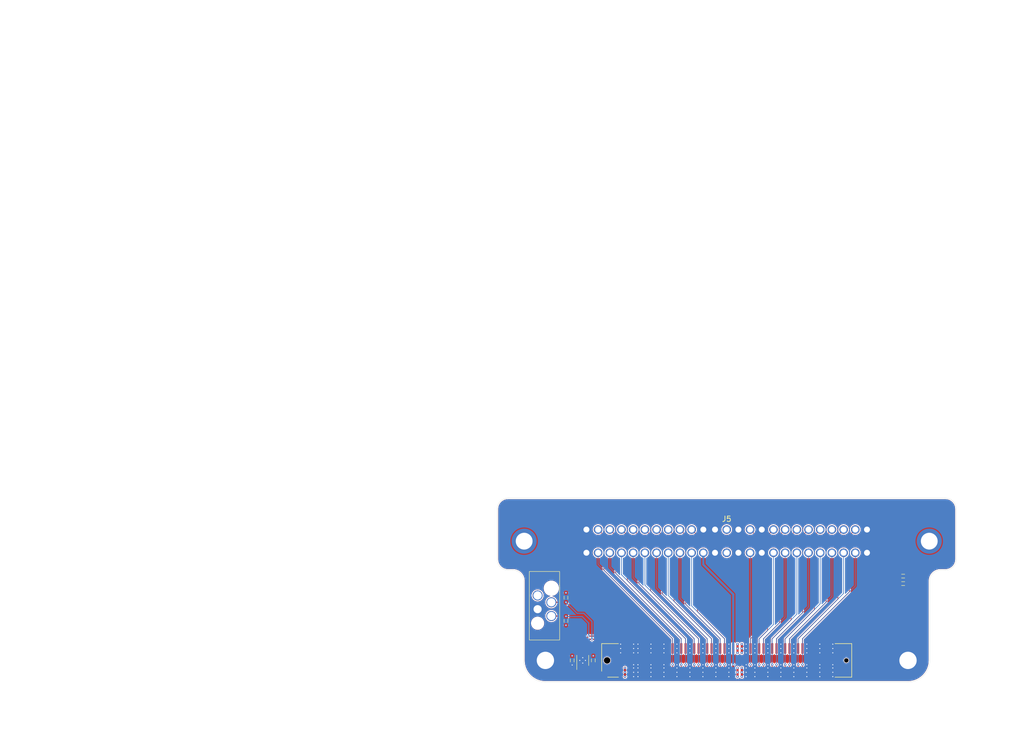
<source format=kicad_pcb>
(kicad_pcb (version 20240108) (generator "pcbnew") (generator_version "8.0")
  (title_block (title "Squishy - SCSI HVD Centronics 50 Connector Module") (date "2024-09-17") (rev "1") (company "Shrine Maiden Heavy Industries") (comment 1 "License: CERN-OHL-S") (comment 2 "© 2024 Aki 'lethalbit' Van Ness, et. al.") (comment 3 "No warranty expressed or implied") (comment 4 "Squishy - SCSI Multitool"))
  (layers (0 "F.Cu" signal) (1 "In1.Cu" signal) (2 "In2.Cu" signal) (3 "In3.Cu" signal) (4 "In4.Cu" signal) (31 "B.Cu" signal) (34 "B.Paste" user) (35 "F.Paste" user) (36 "B.SilkS" user "B.Silkscreen") (37 "F.SilkS" user "F.Silkscreen") (38 "B.Mask" user) (39 "F.Mask" user) (44 "Edge.Cuts" user))
  (net 0 "")
  (net 1 "GND")
  (net 4 "/PHY.ID_SCL")
  (net 5 "+3V3")
  (net 6 "/PHY.ID_SDA")
  (net 7 "/CON.DB12+")
  (net 8 "/CON.C{slash}D+")
  (net 9 "/CON.DB10-")
  (net 10 "/CON.DB4-")
  (net 11 "/CON.ACK+")
  (net 12 "/CON.TERMPWR")
  (net 13 "/CON.DP1+")
  (net 14 "/CON.BSY-")
  (net 15 "/CON.RST-")
  (net 16 "/CON.DB2-")
  (net 17 "/CON.BSY+")
  (net 18 "/CON.DB5+")
  (net 19 "/CON.ATN-")
  (net 20 "/CON.DP0+")
  (net 21 "/CON.SEL+")
  (net 22 "/CON.ATN+")
  (net 23 "/CON.DB9-")
  (net 24 "/CON.SEL-")
  (net 25 "/CON.DB9+")
  (net 26 "/CON.DB0-")
  (net 27 "/CON.DB11+")
  (net 28 "/CON.DB7+")
  (net 29 "/CON.DP1-")
  (net 30 "/CON.DB5-")
  (net 31 "/CON.REQ-")
  (net 32 "/CON.DB1-")
  (net 33 "/CON.DB13+")
  (net 34 "/CON.REQ+")
  (net 35 "/CON.DB3-")
  (net 36 "/CON.DB8+")
  (net 37 "/CON.DB13-")
  (net 38 "/CON.DB15-")
  (net 39 "/CON.MSG+")
  (net 40 "/CON.DB11-")
  (net 41 "/CON.DB12-")
  (net 42 "/CON.DB3+")
  (net 43 "/CON.ACK-")
  (net 44 "/CON.DIFFSENSE")
  (net 45 "/CON.I{slash}O+")
  (net 46 "/CON.I{slash}O-")
  (net 47 "/CON.DB4+")
  (net 48 "/CON.DB15+")
  (net 49 "/CON.DB6-")
  (net 50 "/CON.DB14+")
  (net 51 "/CON.RST+")
  (net 52 "/CON.DB8-")
  (net 53 "/CON.DB10+")
  (net 54 "/CON.MSG-")
  (net 55 "/CON.DB6+")
  (net 56 "/CON.C{slash}D-")
  (net 57 "/CON.DB7-")
  (net 58 "/CON.DB14-")
  (net 59 "/CON.DB1+")
  (net 60 "/CON.DP0-")
  (net 61 "/CON.DB2+")
  (net 62 "/CON.DB0+")
  (net 63 "Net-(U1-E0)")
  (net 64 "Net-(C2-Pad1)")
  (footprint "lethalbit-connectors:1014457-10x80xLF" (layer "F.Cu") (at 147.5 136 180)
    (property "Reference" "J1" (hide yes))
    (property "Value" "SCSI PHY Mezz")
  )
  (footprint "rhais_rcl:R0603" (layer "F.Cu") (at 180.1 121.8)
    (property "Reference" "R4")
    (property "Value" "1M" (hide yes))
  )
  (footprint "rhais_rcl:R0603" (layer "F.Cu") (at 117.8 128.7 90)
    (property "Reference" "R3")
    (property "Value" "4k7" (hide yes))
  )
  (footprint "rhais_rcl:R0603" (layer "F.Cu") (at 117.8 124.4 -90)
    (property "Reference" "R2")
    (property "Value" "4k7" (hide yes))
  )
  (footprint "PCM_kikit:Tab" (layer "F.Cu") (at 185 131 180)
    (property "Reference" "REF**" (hide yes))
    (property "Value" "Tab")
  )
  (footprint "PCM_kikit:Tab" (layer "F.Cu") (at 174 140 90)
    (property "Reference" "REF**" (hide yes))
    (property "Value" "Tab")
  )
  (footprint "rhais_rcl:C0603" (layer "F.Cu") (at 118.95 136 90)
    (property "Reference" "C1")
    (property "Value" "100n" (hide yes))
  )
  (footprint "lethalbit-connectors:112-050-213R001" (layer "F.Cu") (at 147.5 113.955 180)
    (property "Reference" "J5")
    (property "Value" "112-050-213R001")
  )
  (footprint "rhais_rcl:C0603" (layer "F.Cu") (at 180.1 120.415 180)
    (property "Reference" "C2")
    (property "Value" "100n" (hide yes))
  )
  (footprint "PCM_kikit:Tab" (layer "F.Cu") (at 121 106 -90)
    (property "Reference" "REF**" (hide yes))
    (property "Value" "Tab")
  )
  (footprint "MountingHole:MountingHole_3.2mm_M3_Pad" (layer "F.Cu") (at 181 136)
    (property "Reference" "H4" (hide yes))
    (property "Value" "MountingHole" (hide yes))
  )
  (footprint "PCM_kikit:Tab" (layer "F.Cu") (at 110 131)
    (property "Reference" "REF**" (hide yes))
    (property "Value" "Tab")
  )
  (footprint "PCM_kikit:Tab" (layer "F.Cu") (at 174 106 -90)
    (property "Reference" "REF**" (hide yes))
    (property "Value" "Tab")
  )
  (footprint "PCM_kikit:Tab" (layer "F.Cu") (at 105.1 115)
    (property "Reference" "REF**" (hide yes))
    (property "Value" "Tab")
  )
  (footprint "PCM_kikit:Tab" (layer "F.Cu") (at 189.9 115 180)
    (property "Reference" "REF**" (hide yes))
    (property "Value" "Tab")
  )
  (footprint "rhais_rcl:R0603" (layer "F.Cu") (at 122.85 136 90)
    (property "Reference" "R1")
    (property "Value" "10k" (hide yes))
  )
  (footprint "lethalbit-memory:ST_UFDFPN-8-1EP_2x3mm_P0.5mm_EP1.6x1.6mm" (layer "F.Cu") (at 120.9 136 90)
    (property "Reference" "U1")
    (property "Value" "M24C02-RMC" (hide yes))
  )
  (footprint "pkl_connectors_wuerth:490107670412-d" (layer "F.Cu") (at 112.56 123.99 90)
    (property "Reference" "J3")
    (property "Value" "Conn_01x04")
  )
  (footprint "MountingHole:MountingHole_3.2mm_M3_Pad" (layer "F.Cu") (at 114 136)
    (property "Reference" "H3" (hide yes))
    (property "Value" "MountingHole" (hide yes))
  )
  (footprint "PCM_kikit:Tab" (layer "F.Cu") (at 121 140 90)
    (property "Reference" "REF**" (hide yes))
    (property "Value" "Tab")
  )
  (gr_line (start 187.9 106) (end 107.1 106) (stroke (width 0.05)) (layer "Edge.Cuts"))
  (gr_line (start 114 140) (end 181 140) (stroke (width 0.05)) (layer "Edge.Cuts"))
  (gr_arc (start 107.997502 119.297502) (mid 109.413482 119.88402) (end 110 121.3) (stroke (width 0.05)) (layer "Edge.Cuts"))
  (gr_line (start 187 119.3) (end 187.9 119.3) (stroke (width 0.05)) (layer "Edge.Cuts"))
  (gr_line (start 185 136) (end 185 121.3) (stroke (width 0.05)) (layer "Edge.Cuts"))
  (gr_arc (start 185 136) (mid 183.828427 138.828427) (end 181 140) (stroke (width 0.05)) (layer "Edge.Cuts"))
  (gr_arc (start 105.1 108.002498) (mid 105.686517 106.586517) (end 107.102498 106) (stroke (width 0.05)) (layer "Edge.Cuts"))
  (gr_arc (start 107.102498 119.304996) (mid 105.686517 118.718479) (end 105.1 117.302498) (stroke (width 0.05)) (layer "Edge.Cuts"))
  (gr_arc (start 185 121.3) (mid 185.586518 119.88402) (end 187.002498 119.297502) (stroke (width 0.05)) (layer "Edge.Cuts"))
  (gr_line (start 110 136) (end 110 121.3) (stroke (width 0.05)) (layer "Edge.Cuts"))
  (gr_line (start 108 119.302498) (end 107.1 119.302498) (stroke (width 0.05)) (layer "Edge.Cuts"))
  (gr_arc (start 189.9 117.3) (mid 189.313482 118.715981) (end 187.897502 119.302498) (stroke (width 0.05)) (layer "Edge.Cuts"))
  (gr_arc (start 114 140) (mid 111.171573 138.828427) (end 110 136) (stroke (width 0.05)) (layer "Edge.Cuts"))
  (gr_arc (start 187.897502 105.997502) (mid 189.313483 106.584019) (end 189.9 108) (stroke (width 0.05)) (layer "Edge.Cuts"))
  (gr_line (start 189.9 117.3) (end 189.9 108) (stroke (width 0.05)) (layer "Edge.Cuts"))
  (gr_line (start 105.1 117.302498) (end 105.1 108.002498) (stroke (width 0.05)) (layer "Edge.Cuts"))
  (via (at 164.7 134.6) (size 0.45) (drill 0.2) (layers "F.Cu" "B.Cu") (net 1))
  (via (at 162.3 138.2) (size 0.45) (drill 0.2) (layers "F.Cu" "B.Cu") (net 1))
  (via (at 135.9 138.2) (size 0.45) (drill 0.2) (layers "F.Cu" "B.Cu") (net 1))
  (via (at 131.1 139) (size 0.45) (drill 0.2) (layers "F.Cu" "B.Cu") (net 1))
  (via (at 155.1 137.4) (size 0.45) (drill 0.2) (layers "F.Cu" "B.Cu") (net 1))
  (via (at 145.5 133.8) (size 0.45) (drill 0.2) (layers "F.Cu" "B.Cu") (net 1))
  (via (at 145.5 138.2) (size 0.45) (drill 0.2) (layers "F.Cu" "B.Cu") (net 1))
  (via (at 140.7 133) (size 0.45) (drill 0.2) (layers "F.Cu" "B.Cu") (net 1))
  (via (at 135.9 133.8) (size 0.45) (drill 0.2) (layers "F.Cu" "B.Cu") (net 1))
  (via (at 151.1 136.8) (size 0.45) (drill 0.2) (layers "F.Cu" "B.Cu") (net 1))
  (via (at 152.7 136.8) (size 0.45) (drill 0.2) (layers "F.Cu" "B.Cu") (net 1))
  (via (at 120.35 136) (size 0.45) (drill 0.2) (layers "F.Cu" "B.Cu") (net 1))
  (via (at 138.3 133.8) (size 0.45) (drill 0.2) (layers "F.Cu" "B.Cu") (net 1))
  (via (at 167.1 136.8) (size 0.45) (drill 0.2) (layers "F.Cu" "B.Cu") (net 1))
  (via (at 133.5 137.4) (size 0.45) (drill 0.2) (layers "F.Cu" "B.Cu") (net 1))
  (via (at 130.3 136.8) (size 0.45) (drill 0.2) (layers "F.Cu" "B.Cu") (net 1))
  (via (at 157.5 137.4) (size 0.45) (drill 0.2) (layers "F.Cu" "B.Cu") (net 1))
  (via (at 145.5 133) (size 0.45) (drill 0.2) (layers "F.Cu" "B.Cu") (net 1))
  (via (at 152.7 138.2) (size 0.45) (drill 0.2) (layers "F.Cu" "B.Cu") (net 1))
  (via (at 131.1 134.6) (size 0.45) (drill 0.2) (layers "F.Cu" "B.Cu") (net 1))
  (via (at 164.7 138.2) (size 0.45) (drill 0.2) (layers "F.Cu" "B.Cu") (net 1))
  (via (at 159.9 136.8) (size 0.45) (drill 0.2) (layers "F.Cu" "B.Cu") (net 1))
  (via (at 131.1 137.4) (size 0.45) (drill 0.2) (layers "F.Cu" "B.Cu") (net 1))
  (via (at 147.9 134.6) (size 0.45) (drill 0.2) (layers "F.Cu" "B.Cu") (net 1))
  (via (at 133.5 136.8) (size 0.45) (drill 0.2) (layers "F.Cu" "B.Cu") (net 1))
  (via (at 121.4 136) (size 0.45) (drill 0.2) (layers "F.Cu" "B.Cu") (net 1))
  (via (at 159.9 133) (size 0.45) (drill 0.2) (layers "F.Cu" "B.Cu") (net 1))
  (via (at 145.5 134.6) (size 0.45) (drill 0.2) (layers "F.Cu" "B.Cu") (net 1))
  (via (at 151.1 139) (size 0.45) (drill 0.2) (layers "F.Cu" "B.Cu") (net 1))
  (via (at 157.5 136.8) (size 0.45) (drill 0.2) (layers "F.Cu" "B.Cu") (net 1))
  (via (at 162.3 136.8) (size 0.45) (drill 0.2) (layers "F.Cu" "B.Cu") (net 1))
  (via (at 143.1 139) (size 0.45) (drill 0.2) (layers "F.Cu" "B.Cu") (net 1))
  (via (at 120.9 135.5) (size 0.45) (drill 0.2) (layers "F.Cu" "B.Cu") (net 1))
  (via (at 151.1 137.4) (size 0.45) (drill 0.2) (layers "F.Cu" "B.Cu") (net 1))
  (via (at 135.9 137.4) (size 0.45) (drill 0.2) (layers "F.Cu" "B.Cu") (net 1))
  (via (at 151.1 133.8) (size 0.45) (drill 0.2) (layers "F.Cu" "B.Cu") (net 1))
  (via (at 133.5 134.6) (size 0.45) (drill 0.2) (layers "F.Cu" "B.Cu") (net 1))
  (via (at 140.7 133.8) (size 0.45) (drill 0.2) (layers "F.Cu" "B.Cu") (net 1))
  (via (at 157.5 133.8) (size 0.45) (drill 0.2) (layers "F.Cu" "B.Cu") (net 1))
  (via (at 145.5 136.8) (size 0.45) (drill 0.2) (layers "F.Cu" "B.Cu") (net 1))
  (via (at 145.5 139) (size 0.45) (drill 0.2) (layers "F.Cu" "B.Cu") (net 1))
  (via (at 159.9 138.2) (size 0.45) (drill 0.2) (layers "F.Cu" "B.Cu") (net 1))
  (via (at 143.1 133) (size 0.45) (drill 0.2) (layers "F.Cu" "B.Cu") (net 1))
  (via (at 131.1 133) (size 0.45) (drill 0.2) (layers "F.Cu" "B.Cu") (net 1))
  (via (at 143.1 133.8) (size 0.45) (drill 0.2) (layers "F.Cu" "B.Cu") (net 1))
  (via (at 157.5 134.6) (size 0.45) (drill 0.2) (layers "F.Cu" "B.Cu") (net 1))
  (via (at 130.3 133.8) (size 0.45) (drill 0.2) (layers "F.Cu" "B.Cu") (net 1))
  (via (at 155.1 139) (size 0.45) (drill 0.2) (layers "F.Cu" "B.Cu") (net 1))
  (via (at 164.7 139) (size 0.45) (drill 0.2) (layers "F.Cu" "B.Cu") (net 1))
  (via (at 131.1 138.2) (size 0.45) (drill 0.2) (layers "F.Cu" "B.Cu") (net 1))
  (via (at 133.5 133.8) (size 0.45) (drill 0.2) (layers "F.Cu" "B.Cu") (net 1))
  (via (at 164.7 137.4) (size 0.45) (drill 0.2) (layers "F.Cu" "B.Cu") (net 1))
  (via (at 143.1 136.8) (size 0.45) (drill 0.2) (layers "F.Cu" "B.Cu") (net 1))
  (via (at 162.3 139) (size 0.45) (drill 0.2) (layers "F.Cu" "B.Cu") (net 1))
  (via (at 140.7 134.6) (size 0.45) (drill 0.2) (layers "F.Cu" "B.Cu") (net 1))
  (via (at 151.1 138.2) (size 0.45) (drill 0.2) (layers "F.Cu" "B.Cu") (net 1))
  (via (at 152.7 134.6) (size 0.45) (drill 0.2) (layers "F.Cu" "B.Cu") (net 1))
  (via (at 164.7 133.8) (size 0.45) (drill 0.2) (layers "F.Cu" "B.Cu") (net 1))
  (via (at 147.9 133.8) (size 0.45) (drill 0.2) (layers "F.Cu" "B.Cu") (net 1))
  (via (at 159.9 137.4) (size 0.45) (drill 0.2) (layers "F.Cu" "B.Cu") (net 1))
  (via (at 147.9 133) (size 0.45) (drill 0.2) (layers "F.Cu" "B.Cu") (net 1))
  (via (at 145.5 137.4) (size 0.45) (drill 0.2) (layers "F.Cu" "B.Cu") (net 1))
  (via (at 155.1 136.8) (size 0.45) (drill 0.2) (layers "F.Cu" "B.Cu") (net 1))
  (via (at 159.9 133.8) (size 0.45) (drill 0.2) (layers "F.Cu" "B.Cu") (net 1))
  (via (at 151.1 133) (size 0.45) (drill 0.2) (layers "F.Cu" "B.Cu") (net 1))
  (via (at 133.5 133) (size 0.45) (drill 0.2) (layers "F.Cu" "B.Cu") (net 1))
  (via (at 130.3 133) (size 0.45) (drill 0.2) (layers "F.Cu" "B.Cu") (net 1))
  (via (at 155.1 133) (size 0.45) (drill 0.2) (layers "F.Cu" "B.Cu") (net 1))
  (via (at 140.7 138.2) (size 0.45) (drill 0.2) (layers "F.Cu" "B.Cu") (net 1))
  (via (at 162.3 137.4) (size 0.45) (drill 0.2) (layers "F.Cu" "B.Cu") (net 1))
  (via (at 167.1 134.6) (size 0.45) (drill 0.2) (layers "F.Cu" "B.Cu") (net 1))
  (via (at 135.9 136.8) (size 0.45) (drill 0.2) (layers "F.Cu" "B.Cu") (net 1))
  (via (at 143.1 137.4) (size 0.45) (drill 0.2) (layers "F.Cu" "B.Cu") (net 1))
  (via (at 167.1 133) (size 0.45) (drill 0.2) (layers "F.Cu" "B.Cu") (net 1))
  (via (at 140.7 139) (size 0.45) (drill 0.2) (layers "F.Cu" "B.Cu") (net 1))
  (via (at 152.7 133) (size 0.45) (drill 0.2) (layers "F.Cu" "B.Cu") (net 1))
  (via (at 133.5 138.2) (size 0.45) (drill 0.2) (layers "F.Cu" "B.Cu") (net 1))
  (via (at 130.3 134.6) (size 0.45) (drill 0.2) (layers "F.Cu" "B.Cu") (net 1))
  (via (at 131.1 136.8) (size 0.45) (drill 0.2) (layers "F.Cu" "B.Cu") (net 1))
  (via (at 162.3 133.8) (size 0.45) (drill 0.2) (layers "F.Cu" "B.Cu") (net 1))
  (via (at 127.9 134.6) (size 0.45) (drill 0.2) (layers "F.Cu" "B.Cu") (net 1))
  (via (at 147.9 138.2) (size 0.45) (drill 0.2) (layers "F.Cu" "B.Cu") (net 1))
  (via (at 138.3 139) (size 0.45) (drill 0.2) (layers "F.Cu" "B.Cu") (net 1))
  (via (at 159.9 139) (size 0.45) (drill 0.2) (layers "F.Cu" "B.Cu") (net 1))
  (via (at 152.7 137.4) (size 0.45) (drill 0.2) (layers "F.Cu" "B.Cu") (net 1))
  (via (at 140.7 137.4) (size 0.45) (drill 0.2) (layers "F.Cu" "B.Cu") (net 1))
  (via (at 138.3 134.6) (size 0.45) (drill 0.2) (layers "F.Cu" "B.Cu") (net 1))
  (via (at 130.3 138.2) (size 0.45) (drill 0.2) (layers "F.Cu" "B.Cu") (net 1))
  (via (at 162.3 133) (size 0.45) (drill 0.2) (layers "F.Cu" "B.Cu") (net 1))
  (via (at 138.3 137.4) (size 0.45) (drill 0.2) (layers "F.Cu" "B.Cu") (net 1))
  (via (at 147.9 139) (size 0.45) (drill 0.2) (layers "F.Cu" "B.Cu") (net 1))
  (via (at 147.9 137.4) (size 0.45) (drill 0.2) (layers "F.Cu" "B.Cu") (net 1))
  (via (at 133.5 139) (size 0.45) (drill 0.2) (layers "F.Cu" "B.Cu") (net 1))
  (via (at 164.7 136.8) (size 0.45) (drill 0.2) (layers "F.Cu" "B.Cu") (net 1))
  (via (at 167.1 139) (size 0.45) (drill 0.2) (layers "F.Cu" "B.Cu") (net 1))
  (via (at 164.7 133) (size 0.45) (drill 0.2) (layers "F.Cu" "B.Cu") (net 1))
  (via (at 127.9 133.8) (size 0.45) (drill 0.2) (layers "F.Cu" "B.Cu") (net 1))
  (via (at 152.7 139) (size 0.45) (drill 0.2) (layers "F.Cu" "B.Cu") (net 1))
  (via (at 151.1 134.6) (size 0.45) (drill 0.2) (layers "F.Cu" "B.Cu") (net 1))
  (via (at 138.3 138.2) (size 0.45) (drill 0.2) (layers "F.Cu" "B.Cu") (net 1))
  (via (at 155.1 134.6) (size 0.45) (drill 0.2) (layers "F.Cu" "B.Cu") (net 1))
  (via (at 157.5 138.2) (size 0.45) (drill 0.2) (layers "F.Cu" "B.Cu") (net 1))
  (via (at 143.1 138.2) (size 0.45) (drill 0.2) (layers "F.Cu" "B.Cu") (net 1))
  (via (at 131.1 133.8) (size 0.45) (drill 0.2) (layers "F.Cu" "B.Cu") (net 1))
  (via (at 143.1 134.6) (size 0.45) (drill 0.2) (layers "F.Cu" "B.Cu") (net 1))
  (via (at 155.1 133.8) (size 0.45) (drill 0.2) (layers "F.Cu" "B.Cu") (net 1))
  (via (at 135.9 134.6) (size 0.45) (drill 0.2) (layers "F.Cu" "B.Cu") (net 1))
  (via (at 130.3 137.4) (size 0.45) (drill 0.2) (layers "F.Cu" "B.Cu") (net 1))
  (via (at 135.9 133) (size 0.45) (drill 0.2) (layers "F.Cu" "B.Cu") (net 1))
  (via (at 135.9 139) (size 0.45) (drill 0.2) (layers "F.Cu" "B.Cu") (net 1))
  (via (at 147.9 136.8) (size 0.45) (drill 0.2) (layers "F.Cu" "B.Cu") (net 1))
  (via (at 138.3 136.8) (size 0.45) (drill 0.2) (layers "F.Cu" "B.Cu") (net 1))
  (via (at 138.3 133) (size 0.45) (drill 0.2) (layers "F.Cu" "B.Cu") (net 1))
  (via (at 155.1 138.2) (size 0.45) (drill 0.2) (layers "F.Cu" "B.Cu") (net 1))
  (via (at 159.9 134.6) (size 0.45) (drill 0.2) (layers "F.Cu" "B.Cu") (net 1))
  (via (at 120.9 136.5) (size 0.45) (drill 0.2) (layers "F.Cu" "B.Cu") (net 1))
  (via (at 152.7 133.8) (size 0.45) (drill 0.2) (layers "F.Cu" "B.Cu") (net 1))
  (via (at 140.7 136.8) (size 0.45) (drill 0.2) (layers "F.Cu" "B.Cu") (net 1))
  (via (at 167.1 133.8) (size 0.45) (drill 0.2) (layers "F.Cu" "B.Cu") (net 1))
  (via (at 157.5 139) (size 0.45) (drill 0.2) (layers "F.Cu" "B.Cu") (net 1))
  (via (at 127.9 133) (size 0.45) (drill 0.2) (layers "F.Cu" "B.Cu") (net 1))
  (via (at 162.3 134.6) (size 0.45) (drill 0.2) (layers "F.Cu" "B.Cu") (net 1))
  (via (at 167.1 137.4) (size 0.45) (drill 0.2) (layers "F.Cu" "B.Cu") (net 1))
  (via (at 130.3 139) (size 0.45) (drill 0.2) (layers "F.Cu" "B.Cu") (net 1))
  (via (at 167.1 138.2) (size 0.45) (drill 0.2) (layers "F.Cu" "B.Cu") (net 1))
  (via (at 157.5 133) (size 0.45) (drill 0.2) (layers "F.Cu" "B.Cu") (net 1))
  (via (at 118.95 136.85) (size 0.45) (drill 0.2) (layers "F.Cu" "B.Cu") (net 1))
  (segment (start 117.4 127.8) (end 115.1 127.8) (width 0.2) (layer "F.Cu") (net 4))
  (segment (start 121.15 134.6) (end 121.15 132.35) (width 0.2) (layer "F.Cu") (net 4))
  (segment (start 128.5 131.5) (end 129.5 132.5) (width 0.2) (layer "F.Cu") (net 4))
  (segment (start 117.8 127.85) (end 117.45 127.85) (width 0.2) (layer "F.Cu") (net 4))
  (segment (start 122 131.5) (end 128.5 131.5) (width 0.2) (layer "F.Cu") (net 4))
  (segment (start 117.45 127.85) (end 117.4 127.8) (width 0.2) (layer "F.Cu") (net 4))
  (segment (start 121.15 132.35) (end 122 131.5) (width 0.2) (layer "F.Cu") (net 4))
  (segment (start 129.5 132.5) (end 129.5 133.8) (width 0.2) (layer "F.Cu") (net 4))
  (via (at 117.8 127.85) (size 0.45) (drill 0.2) (layers "F.Cu" "B.Cu") (net 4))
  (via (at 122 131.5) (size 0.45) (drill 0.2) (layers "F.Cu" "B.Cu") (net 4))
  (segment (start 120.8 127.9) (end 117.85 127.9) (width 0.2) (layer "B.Cu") (net 4))
  (segment (start 117.85 127.9) (end 117.8 127.85) (width 0.2) (layer "B.Cu") (net 4))
  (segment (start 122 129.1) (end 120.8 127.9) (width 0.2) (layer "B.Cu") (net 4))
  (segment (start 122 131.5) (end 122 129.1) (width 0.2) (layer "B.Cu") (net 4))
  (segment (start 120.149999 134.6) (end 119.5 134.6) (width 0.3) (layer "F.Cu") (net 5))
  (segment (start 119.5 134.6) (end 118.95 135.15) (width 0.3) (layer "F.Cu") (net 5))
  (via (at 128.7 138.2) (size 0.45) (drill 0.2) (layers "F.Cu" "B.Cu") (net 5))
  (via (at 117.8 123.5) (size 0.45) (drill 0.2) (layers "F.Cu" "B.Cu") (net 5))
  (via (at 117.8 129.5) (size 0.45) (drill 0.2) (layers "F.Cu" "B.Cu") (net 5))
  (via (at 118.95 135.15) (size 0.45) (drill 0.2) (layers "F.Cu" "B.Cu") (net 5))
  (via (at 128.7 139) (size 0.45) (drill 0.2) (layers "F.Cu" "B.Cu") (net 5))
  (via (at 128.7 137.4) (size 0.45) (drill 0.2) (layers "F.Cu" "B.Cu") (net 5))
  (via (at 122.85 135.15) (size 0.45) (drill 0.2) (layers "F.Cu" "B.Cu") (net 5))
  (segment (start 122.1 132.1) (end 121.650001 132.549999) (width 0.2) (layer "F.Cu") (net 6))
  (segment (start 128.7 132.5) (end 128.3 132.1) (width 0.2) (layer "F.Cu") (net 6))
  (segment (start 121.650001 132.549999) (end 121.650001 134.6) (width 0.2) (layer "F.Cu") (net 6))
  (segment (start 117.8 125.25) (end 115.11 125.25) (width 0.2) (layer "F.Cu") (net 6))
  (segment (start 122.4 132.1) (end 122.1 132.1) (width 0.2) (layer "F.Cu") (net 6))
  (segment (start 115.11 125.25) (end 115.1 125.26) (width 0.2) (layer "F.Cu") (net 6))
  (segment (start 128.7 133.800001) (end 128.7 132.5) (width 0.2) (layer "F.Cu") (net 6))
  (segment (start 128.3 132.1) (end 122.4 132.1) (width 0.2) (layer "F.Cu") (net 6))
  (via (at 117.8 125.25) (size 0.45) (drill 0.2) (layers "F.Cu" "B.Cu") (net 6))
  (via (at 122.6 132.1) (size 0.45) (drill 0.2) (layers "F.Cu" "B.Cu") (net 6))
  (segment (start 122.6 128.8) (end 121.1 127.3) (width 0.2) (layer "B.Cu") (net 6))
  (segment (start 119.85 127.3) (end 117.8 125.25) (width 0.2) (layer "B.Cu") (net 6))
  (segment (start 122.6 132.1) (end 122.6 128.8) (width 0.2) (layer "B.Cu") (net 6))
  (segment (start 121.1 127.3) (end 119.85 127.3) (width 0.2) (layer "B.Cu") (net 6))
  (segment (start 159.1 138.2) (end 159.1 136.8) (width 0.1275) (layer "F.Cu") (net 8))
  (via (at 159.1 136.8) (size 0.45) (drill 0.2) (layers "F.Cu" "B.Cu") (net 8))
  (segment (start 159.1 136.8) (end 159.1 132) (width 0.1275) (layer "B.Cu") (net 8))
  (segment (start 166.94 124.16) (end 166.94 116.1) (width 0.1275) (layer "B.Cu") (net 8))
  (segment (start 159.1 132) (end 166.94 124.16) (width 0.1275) (layer "B.Cu") (net 8))
  (segment (start 133.44375 123.14375) (end 133.44375 112.87375) (width 0.1275) (layer "F.Cu") (net 10))
  (segment (start 133.44375 112.87375) (end 132.38 111.81) (width 0.1275) (layer "F.Cu") (net 10))
  (segment (start 142.3 132) (end 133.44375 123.14375) (width 0.1275) (layer "F.Cu") (net 10))
  (segment (start 142.3 133.8) (end 142.3 132) (width 0.1275) (layer "F.Cu") (net 10))
  (segment (start 154.3 138.2) (end 154.3 136.8) (width 0.1275) (layer "F.Cu") (net 11))
  (via (at 154.3 136.8) (size 0.45) (drill 0.2) (layers "F.Cu" "B.Cu") (net 11))
  (segment (start 154.3 132) (end 158.3 128) (width 0.1275) (layer "B.Cu") (net 11))
  (segment (start 154.3 136.8) (end 154.3 132) (width 0.1275) (layer "B.Cu") (net 11))
  (segment (start 158.3 128) (end 158.3 116.1) (width 0.1275) (layer "B.Cu") (net 11))
  (via (at 150.3 139) (size 0.45) (drill 0.2) (layers "F.Cu" "B.Cu") (net 12))
  (via (at 149.5 134.6) (size 0.45) (drill 0.2) (layers "F.Cu" "B.Cu") (net 12))
  (via (at 150.3 138.2) (size 0.45) (drill 0.2) (layers "F.Cu" "B.Cu") (net 12))
  (via (at 150.3 137.4) (size 0.45) (drill 0.2) (layers "F.Cu" "B.Cu") (net 12))
  (via (at 150.3 133) (size 0.45) (drill 0.2) (layers "F.Cu" "B.Cu") (net 12))
  (via (at 149.5 133.800001) (size 0.45) (drill 0.2) (layers "F.Cu" "B.Cu") (net 12))
  (via (at 150.3 133.8) (size 0.45) (drill 0.2) (layers "F.Cu" "B.Cu") (net 12))
  (via (at 149.5 133) (size 0.45) (drill 0.2) (layers "F.Cu" "B.Cu") (net 12))
  (via (at 149.5 137.4) (size 0.45) (drill 0.2) (layers "F.Cu" "B.Cu") (net 12))
  (via (at 149.5 139) (size 0.45) (drill 0.2) (layers "F.Cu" "B.Cu") (net 12))
  (via (at 149.5 138.199999) (size 0.45) (drill 0.2) (layers "F.Cu" "B.Cu") (net 12))
  (via (at 150.3 134.6) (size 0.45) (drill 0.2) (layers "F.Cu" "B.Cu") (net 12))
  (segment (start 155.04375 130.45625) (end 155.04375 112.90625) (width 0.1275) (layer "F.Cu") (net 14))
  (segment (start 155.04375 112.90625) (end 156.14 111.81) (width 0.1275) (layer "F.Cu") (net 14))
  (segment (start 153.5 133.8) (end 153.5 132) (width 0.1275) (layer "F.Cu") (net 14))
  (segment (start 153.5 132) (end 155.04375 130.45625) (width 0.1275) (layer "F.Cu") (net 14))
  (segment (start 159.39625 112.87375) (end 160.46 111.81) (width 0.1275) (layer "F.Cu") (net 15))
  (segment (start 159.39625 128.50375) (end 159.39625 112.87375) (width 0.1275) (layer "F.Cu") (net 15))
  (segment (start 155.9 132) (end 159.39625 128.50375) (width 0.1275) (layer "F.Cu") (net 15))
  (segment (start 155.9 133.8) (end 155.9 132) (width 0.1275) (layer "F.Cu") (net 15))
  (segment (start 139.9 133.800001) (end 139.9 132) (width 0.1275) (layer "F.Cu") (net 16))
  (segment (start 129.12375 121.22375) (end 129.12375 112.87375) (width 0.1275) (layer "F.Cu") (net 16))
  (segment (start 139.9 132) (end 129.12375 121.22375) (width 0.1275) (layer "F.Cu") (net 16))
  (segment (start 129.12375 112.87375) (end 128.06 111.81) (width 0.1275) (layer "F.Cu") (net 16))
  (segment (start 153.5 138.2) (end 153.5 136.8) (width 0.1275) (layer "F.Cu") (net 17))
  (via (at 153.5 136.8) (size 0.45) (drill 0.2) (layers "F.Cu" "B.Cu") (net 17))
  (segment (start 153.5 136.8) (end 153.5 132) (width 0.1275) (layer "B.Cu") (net 17))
  (segment (start 156.14 129.36) (end 156.14 116.1) (width 0.1275) (layer "B.Cu") (net 17))
  (segment (start 153.5 132) (end 156.14 129.36) (width 0.1275) (layer "B.Cu") (net 17))
  (segment (start 143.900001 136.800001) (end 143.9 136.8) (width 0.1275) (layer "F.Cu") (net 18))
  (segment (start 143.900001 138.2) (end 143.900001 136.800001) (width 0.1275) (layer "F.Cu") (net 18))
  (via (at 143.9 136.8) (size 0.45) (drill 0.2) (layers "F.Cu" "B.Cu") (net 18))
  (segment (start 143.9 132) (end 134.54 122.64) (width 0.1275) (layer "B.Cu") (net 18))
  (segment (start 134.54 122.64) (end 134.54 116.1) (width 0.1275) (layer "B.Cu") (net 18))
  (segment (start 143.9 136.8) (end 143.9 132) (width 0.1275) (layer "B.Cu") (net 18))
  (segment (start 152.91625 130.98375) (end 152.91625 112.90625) (width 0.1275) (layer "F.Cu") (net 19))
  (segment (start 151.9 132) (end 152.91625 130.98375) (width 0.1275) (layer "F.Cu") (net 19))
  (segment (start 151.9 133.8) (end 151.9 132) (width 0.1275) (layer "F.Cu") (net 19))
  (segment (start 152.91625 112.90625) (end 151.82 111.81) (width 0.1275) (layer "F.Cu") (net 19))
  (segment (start 147.1 138.2) (end 147.1 136.8) (width 0.1275) (layer "F.Cu") (net 20))
  (via (at 147.1 136.8) (size 0.45) (drill 0.2) (layers "F.Cu" "B.Cu") (net 20))
  (segment (start 147.1 136.8) (end 147.1 132) (width 0.1275) (layer "B.Cu") (net 20))
  (segment (start 147.1 132) (end 141.02 125.92) (width 0.1275) (layer "B.Cu") (net 20))
  (segment (start 141.02 125.92) (end 141.02 116.1) (width 0.1275) (layer "B.Cu") (net 20))
  (segment (start 158.3 138.2) (end 158.3 136.8) (width 0.1275) (layer "F.Cu") (net 21))
  (via (at 158.3 136.8) (size 0.45) (drill 0.2) (layers "F.Cu" "B.Cu") (net 21))
  (segment (start 158.3 132) (end 164.78 125.52) (width 0.1275) (layer "B.Cu") (net 21))
  (segment (start 158.3 136.8) (end 158.3 132) (width 0.1275) (layer "B.Cu") (net 21))
  (segment (start 164.78 125.52) (end 164.78 116.1) (width 0.1275) (layer "B.Cu") (net 21))
  (segment (start 151.9 138.2) (end 151.9 136.8) (width 0.1275) (layer "F.Cu") (net 22))
  (via (at 151.9 136.8) (size 0.45) (drill 0.2) (layers "F.Cu" "B.Cu") (net 22))
  (segment (start 151.9 136.8) (end 151.9 116.18) (width 0.1275) (layer "B.Cu") (net 22))
  (segment (start 151.9 116.18) (end 151.82 116.1) (width 0.1275) (layer "B.Cu") (net 22))
  (segment (start 158.3 132) (end 163.7 126.6) (width 0.1275) (layer "F.Cu") (net 24))
  (segment (start 163.7 126.6) (end 163.7 112.89) (width 0.1275) (layer "F.Cu") (net 24))
  (segment (start 163.7 112.89) (end 164.78 111.81) (width 0.1275) (layer "F.Cu") (net 24))
  (segment (start 158.3 133.8) (end 158.3 132) (width 0.1275) (layer "F.Cu") (net 24))
  (segment (start 124.80375 112.87375) (end 123.74 111.81) (width 0.1275) (layer "F.Cu") (net 26))
  (segment (start 137.5 133.8) (end 137.5 132) (width 0.1275) (layer "F.Cu") (net 26))
  (segment (start 137.5 132) (end 124.80375 119.30375) (width 0.1275) (layer "F.Cu") (net 26))
  (segment (start 124.80375 119.30375) (end 124.80375 112.87375) (width 0.1275) (layer "F.Cu") (net 26))
  (segment (start 146.3 138.2) (end 146.3 136.8) (width 0.1275) (layer "F.Cu") (net 28))
  (via (at 146.3 136.8) (size 0.45) (drill 0.2) (layers "F.Cu" "B.Cu") (net 28))
  (segment (start 146.3 132) (end 138.86 124.56) (width 0.1275) (layer "B.Cu") (net 28))
  (segment (start 138.86 124.56) (end 138.86 116.1) (width 0.1275) (layer "B.Cu") (net 28))
  (segment (start 146.3 136.8) (end 146.3 132) (width 0.1275) (layer "B.Cu") (net 28))
  (segment (start 135.63625 123.73625) (end 135.63625 112.90625) (width 0.1275) (layer "F.Cu") (net 30))
  (segment (start 143.900001 132.000001) (end 135.63625 123.73625) (width 0.1275) (layer "F.Cu") (net 30))
  (segment (start 135.63625 112.90625) (end 134.54 111.81) (width 0.1275) (layer "F.Cu") (net 30))
  (segment (start 143.900001 133.8) (end 143.900001 132.000001) (width 0.1275) (layer "F.Cu") (net 30))
  (segment (start 160.7 132) (end 168.03625 124.66375) (width 0.1275) (layer "F.Cu") (net 31))
  (segment (start 168.03625 124.66375) (end 168.03625 112.87375) (width 0.1275) (layer "F.Cu") (net 31))
  (segment (start 160.7 133.800001) (end 160.7 132) (width 0.1275) (layer "F.Cu") (net 31))
  (segment (start 168.03625 112.87375) (end 169.1 111.81) (width 0.1275) (layer "F.Cu") (net 31))
  (segment (start 139.1 133.8) (end 139.1 132) (width 0.1275) (layer "F.Cu") (net 32))
  (segment (start 126.99625 112.90625) (end 125.9 111.81) (width 0.1275) (layer "F.Cu") (net 32))
  (segment (start 126.99625 119.89625) (end 126.99625 112.90625) (width 0.1275) (layer "F.Cu") (net 32))
  (segment (start 139.1 132) (end 126.99625 119.89625) (width 0.1275) (layer "F.Cu") (net 32))
  (segment (start 160.7 138.199999) (end 160.7 136.8) (width 0.1275) (layer "F.Cu") (net 34))
  (via (at 160.7 136.8) (size 0.45) (drill 0.2) (layers "F.Cu" "B.Cu") (net 34))
  (segment (start 169.1 123.6) (end 169.1 116.1) (width 0.1275) (layer "B.Cu") (net 34))
  (segment (start 160.7 132) (end 169.1 123.6) (width 0.1275) (layer "B.Cu") (net 34))
  (segment (start 160.7 136.8) (end 160.7 132) (width 0.1275) (layer "B.Cu") (net 34))
  (segment (start 141.5 132) (end 131.28375 121.78375) (width 0.1275) (layer "F.Cu") (net 35))
  (segment (start 131.28375 112.87375) (end 130.22 111.81) (width 0.1275) (layer "F.Cu") (net 35))
  (segment (start 131.28375 121.78375) (end 131.28375 112.87375) (width 0.1275) (layer "F.Cu") (net 35))
  (segment (start 141.5 133.8) (end 141.5 132) (width 0.1275) (layer "F.Cu") (net 35))
  (segment (start 156.699999 138.2) (end 156.699999 136.800001) (width 0.1275) (layer "F.Cu") (net 39))
  (segment (start 156.699999 136.800001) (end 156.7 136.8) (width 0.1275) (layer "F.Cu") (net 39))
  (via (at 156.7 136.8) (size 0.45) (drill 0.2) (layers "F.Cu" "B.Cu") (net 39))
  (segment (start 156.7 132) (end 162.62 126.08) (width 0.1275) (layer "B.Cu") (net 39))
  (segment (start 156.7 136.8) (end 156.7 132) (width 0.1275) (layer "B.Cu") (net 39))
  (segment (start 162.62 126.08) (end 162.62 116.1) (width 0.1275) (layer "B.Cu") (net 39))
  (segment (start 141.5 138.2) (end 141.5 136.8) (width 0.1275) (layer "F.Cu") (net 42))
  (via (at 141.5 136.8) (size 0.45) (drill 0.2) (layers "F.Cu" "B.Cu") (net 42))
  (segment (start 141.5 132) (end 130.22 120.72) (width 0.1275) (layer "B.Cu") (net 42))
  (segment (start 141.5 136.8) (end 141.5 132) (width 0.1275) (layer "B.Cu") (net 42))
  (segment (start 130.22 120.72) (end 130.22 116.1) (width 0.1275) (layer "B.Cu") (net 42))
  (segment (start 157.23625 112.87375) (end 158.3 111.81) (width 0.1275) (layer "F.Cu") (net 43))
  (segment (start 157.23625 129.06375) (end 157.23625 112.87375) (width 0.1275) (layer "F.Cu") (net 43))
  (segment (start 154.3 132) (end 157.23625 129.06375) (width 0.1275) (layer "F.Cu") (net 43))
  (segment (start 154.3 133.8) (end 154.3 132) (width 0.1275) (layer "F.Cu") (net 43))
  (segment (start 148.7 138.2) (end 148.7 136.8) (width 0.4) (layer "F.Cu") (net 44))
  (via (at 148.7 136.8) (size 0.45) (drill 0.2) (layers "F.Cu" "B.Cu") (net 44))
  (segment (start 148.7 123.8) (end 143.18 118.28) (width 0.4) (layer "B.Cu") (net 44))
  (segment (start 143.18 118.28) (end 143.18 116.1) (width 0.4) (layer "B.Cu") (net 44))
  (segment (start 148.7 136.8) (end 148.7 123.8) (width 0.4) (layer "B.Cu") (net 44))
  (segment (start 161.5 138.2) (end 161.5 136.8) (width 0.1275) (layer "F.Cu") (net 45))
  (via (at 161.5 136.8) (size 0.45) (drill 0.2) (layers "F.Cu" "B.Cu") (net 45))
  (segment (start 161.5 132) (end 171.26 122.24) (width 0.1275) (layer "B.Cu") (net 45))
  (segment (start 161.5 136.8) (end 161.5 132) (width 0.1275) (layer "B.Cu") (net 45))
  (segment (start 171.26 122.24) (end 171.26 116.1) (width 0.1275) (layer "B.Cu") (net 45))
  (segment (start 170.16375 112.90625) (end 171.26 111.81) (width 0.1275) (layer "F.Cu") (net 46))
  (segment (start 161.5 133.8) (end 161.5 132) (width 0.1275) (layer "F.Cu") (net 46))
  (segment (start 161.5 132) (end 170.16375 123.33625) (width 0.1275) (layer "F.Cu") (net 46))
  (segment (start 170.16375 123.33625) (end 170.16375 112.90625) (width 0.1275) (layer "F.Cu") (net 46))
  (segment (start 142.3 138.2) (end 142.3 136.8) (width 0.1275) (layer "F.Cu") (net 47))
  (via (at 142.3 136.8) (size 0.45) (drill 0.2) (layers "F.Cu" "B.Cu") (net 47))
  (segment (start 142.3 136.8) (end 142.3 132) (width 0.1275) (layer "B.Cu") (net 47))
  (segment (start 142.3 132) (end 132.38 122.08) (width 0.1275) (layer "B.Cu") (net 47))
  (segment (start 132.38 122.08) (end 132.38 116.1) (width 0.1275) (layer "B.Cu") (net 47))
  (segment (start 144.7 132) (end 137.76375 125.06375) (width 0.1275) (layer "F.Cu") (net 49))
  (segment (start 137.76375 125.06375) (end 137.76375 112.87375) (width 0.1275) (layer "F.Cu") (net 49))
  (segment (start 144.7 133.8) (end 144.7 132) (width 0.1275) (layer "F.Cu") (net 49))
  (segment (start 137.76375 112.87375) (end 136.7 111.81) (width 0.1275) (layer "F.Cu") (net 49))
  (segment (start 155.9 138.2) (end 155.9 136.8) (width 0.1275) (layer "F.Cu") (net 51))
  (via (at 155.9 136.8) (size 0.45) (drill 0.2) (layers "F.Cu" "B.Cu") (net 51))
  (segment (start 155.9 132) (end 160.46 127.44) (width 0.1275) (layer "B.Cu") (net 51))
  (segment (start 160.46 127.44) (end 160.46 116.1) (width 0.1275) (layer "B.Cu") (net 51))
  (segment (start 155.9 136.8) (end 155.9 132) (width 0.1275) (layer "B.Cu") (net 51))
  (segment (start 156.699999 133.8) (end 156.699999 132.000001) (width 0.1275) (layer "F.Cu") (net 54))
  (segment (start 161.52375 127.17625) (end 161.52375 112.90625) (width 0.1275) (layer "F.Cu") (net 54))
  (segment (start 156.699999 132.000001) (end 161.52375 127.17625) (width 0.1275) (layer "F.Cu") (net 54))
  (segment (start 161.52375 112.90625) (end 162.62 111.81) (width 0.1275) (layer "F.Cu") (net 54))
  (segment (start 144.7 138.2) (end 144.7 136.8) (width 0.1275) (layer "F.Cu") (net 55))
  (via (at 144.7 136.8) (size 0.45) (drill 0.2) (layers "F.Cu" "B.Cu") (net 55))
  (segment (start 144.7 132) (end 136.7 124) (width 0.1275) (layer "B.Cu") (net 55))
  (segment (start 136.7 124) (end 136.7 116.1) (width 0.1275) (layer "B.Cu") (net 55))
  (segment (start 144.7 136.8) (end 144.7 132) (width 0.1275) (layer "B.Cu") (net 55))
  (segment (start 165.87625 125.22375) (end 165.87625 112.87375) (width 0.1275) (layer "F.Cu") (net 56))
  (segment (start 165.87625 112.87375) (end 166.94 111.81) (width 0.1275) (layer "F.Cu") (net 56))
  (segment (start 159.1 132) (end 165.87625 125.22375) (width 0.1275) (layer "F.Cu") (net 56))
  (segment (start 159.1 133.8) (end 159.1 132) (width 0.1275) (layer "F.Cu") (net 56))
  (segment (start 146.3 132) (end 139.92375 125.62375) (width 0.1275) (layer "F.Cu") (net 57))
  (segment (start 139.92375 125.62375) (end 139.92375 112.87375) (width 0.1275) (layer "F.Cu") (net 57))
  (segment (start 146.3 133.8) (end 146.3 132) (width 0.1275) (layer "F.Cu") (net 57))
  (segment (start 139.92375 112.87375) (end 138.86 111.81) (width 0.1275) (layer "F.Cu") (net 57))
  (segment (start 139.1 138.2) (end 139.1 136.8) (width 0.1275) (layer "F.Cu") (net 59))
  (via (at 139.1 136.8) (size 0.45) (drill 0.2) (layers "F.Cu" "B.Cu") (net 59))
  (segment (start 139.1 136.8) (end 139.1 132) (width 0.1275) (layer "B.Cu") (net 59))
  (segment (start 125.9 118.8) (end 125.9 116.1) (width 0.1275) (layer "B.Cu") (net 59))
  (segment (start 139.1 132) (end 125.9 118.8) (width 0.1275) (layer "B.Cu") (net 59))
  (segment (start 142.08375 126.98375) (end 142.08375 112.87375) (width 0.1275) (layer "F.Cu") (net 60))
  (segment (start 147.1 133.8) (end 147.1 132) (width 0.1275) (layer "F.Cu") (net 60))
  (segment (start 142.08375 112.87375) (end 141.02 111.81) (width 0.1275) (layer "F.Cu") (net 60))
  (segment (start 147.1 132) (end 142.08375 126.98375) (width 0.1275) (layer "F.Cu") (net 60))
  (segment (start 139.9 138.199999) (end 139.9 136.8) (width 0.1275) (layer "F.Cu") (net 61))
  (via (at 139.9 136.8) (size 0.45) (drill 0.2) (layers "F.Cu" "B.Cu") (net 61))
  (segment (start 128.06 120.16) (end 128.06 116.1) (width 0.1275) (layer "B.Cu") (net 61))
  (segment (start 139.9 132) (end 128.06 120.16) (width 0.1275) (layer "B.Cu") (net 61))
  (segment (start 139.9 136.8) (end 139.9 132) (width 0.1275) (layer "B.Cu") (net 61))
  (segment (start 137.5 138.2) (end 137.5 136.8) (width 0.1275) (layer "F.Cu") (net 62))
  (via (at 137.5 136.8) (size 0.45) (drill 0.2) (layers "F.Cu" "B.Cu") (net 62))
  (segment (start 123.74 118.24) (end 123.74 116.1) (width 0.1275) (layer "B.Cu") (net 62))
  (segment (start 137.5 132) (end 123.74 118.24) (width 0.1275) (layer "B.Cu") (net 62))
  (segment (start 137.5 136.8) (end 137.5 132) (width 0.1275) (layer "B.Cu") (net 62))
  (segment (start 122.1 138.3) (end 122.85 137.55) (width 0.2) (layer "F.Cu") (net 63))
  (segment (start 120.149999 137.4) (end 120.65 137.4) (width 0.2) (layer "F.Cu") (net 63))
  (segment (start 120.65 137.4) (end 120.65 138) (width 0.2) (layer "F.Cu") (net 63))
  (segment (start 120.95 138.3) (end 122.1 138.3) (width 0.2) (layer "F.Cu") (net 63))
  (segment (start 120.65 138) (end 120.95 138.3) (width 0.2) (layer "F.Cu") (net 63))
  (segment (start 122.85 137.55) (end 122.85 136.85) (width 0.2) (layer "F.Cu") (net 63))
  (zone (net 64) (net_name "Net-(C2-Pad1)") (layer "F.Cu") (priority 3) (connect_pads yes (clearance 0.2)) (min_thickness 0.1) (fill yes (thermal_gap 0.2) (thermal_bridge_width 0.4) (smoothing fillet) (radius 0.2))
    (polygon (pts (xy 181.7 119.2) (xy 181.1 119.8) (xy 180.3 119.8) (xy 180.3 122.4) (xy 181.8 122.4) (xy 188 116.2) (xy 188 106) (xy 107.1 106) (xy 107.1 117) (xy 113.1 117) (xy 113.1 108.9) (xy 181.7 108.9)))
  )
  (zone (net 1) (net_name "GND") (layers "F.Cu" "In1.Cu" "In3.Cu" "In4.Cu" "B.Cu") (connect_pads yes (clearance 0.2)) (min_thickness 0.1) (fill yes (thermal_gap 0.2) (thermal_bridge_width 0.4) (smoothing fillet) (radius 0.2))
    (polygon (pts (xy 189.9 119.3) (xy 187 119.3) (xy 185 121.3) (xy 185 140) (xy 110 140) (xy 110 121.3) (xy 108 119.3) (xy 105.1 119.3) (xy 105.1 106) (xy 189.9 106)))
  )
)
</source>
